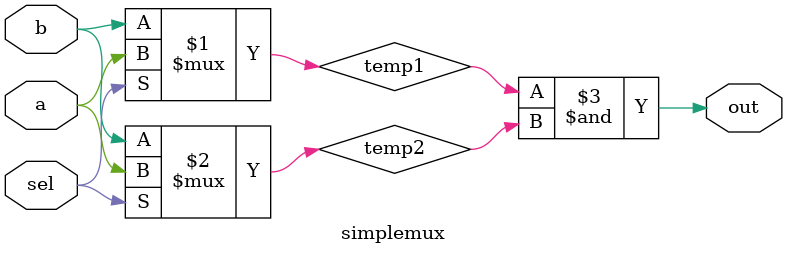
<source format=sv>
module simplemux(
    input logic a, b, sel,
    output logic out
);
    // This has redundant operations that could be optimized
    logic temp1, temp2;
    
    assign temp1 = sel ? a : b;
    assign temp2 = sel ? a : b;  // Same as temp1 - redundant!
    assign out = temp1 & temp2;  // temp1 & temp1 = temp1
    
endmodule 
</source>
